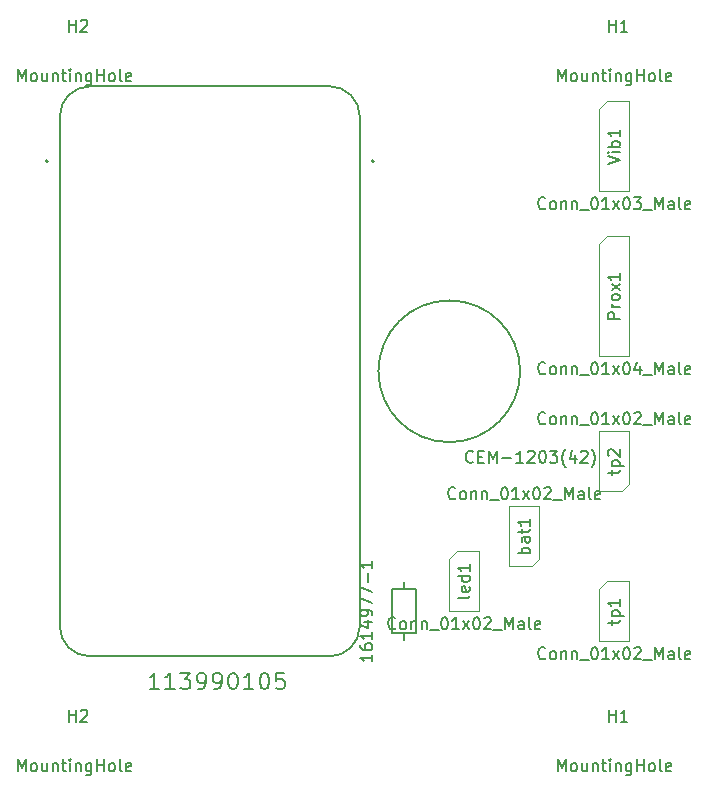
<source format=gbr>
%TF.GenerationSoftware,KiCad,Pcbnew,(5.1.12)-1*%
%TF.CreationDate,2021-12-07T17:24:08+01:00*%
%TF.ProjectId,PCB_Chair_tracker,5043425f-4368-4616-9972-5f747261636b,rev?*%
%TF.SameCoordinates,Original*%
%TF.FileFunction,AssemblyDrawing,Top*%
%FSLAX46Y46*%
G04 Gerber Fmt 4.6, Leading zero omitted, Abs format (unit mm)*
G04 Created by KiCad (PCBNEW (5.1.12)-1) date 2021-12-07 17:24:08*
%MOMM*%
%LPD*%
G01*
G04 APERTURE LIST*
%ADD10C,0.100000*%
%ADD11C,0.200000*%
%ADD12C,0.127000*%
%ADD13C,0.150000*%
G04 APERTURE END LIST*
D10*
%TO.C,tp2*%
X168910000Y-98425000D02*
X168275000Y-99060000D01*
X168910000Y-93980000D02*
X168910000Y-98425000D01*
X166370000Y-93980000D02*
X168910000Y-93980000D01*
X166370000Y-99060000D02*
X166370000Y-93980000D01*
X168275000Y-99060000D02*
X166370000Y-99060000D01*
D11*
%TO.C,ESP1*%
X147300001Y-71120000D02*
G75*
G03*
X147300001Y-71120000I-100000J0D01*
G01*
X119680001Y-71120000D02*
G75*
G03*
X119680001Y-71120000I-100000J0D01*
G01*
D12*
X143550001Y-113030000D02*
X123230001Y-113030000D01*
X146090001Y-67310000D02*
X146090001Y-110490000D01*
X123230001Y-64770000D02*
X143550001Y-64770000D01*
X120690001Y-110490000D02*
X120690001Y-67310000D01*
X120690001Y-67310000D02*
G75*
G02*
X123230001Y-64770000I2540000J0D01*
G01*
X120690001Y-110490000D02*
G75*
G03*
X123230001Y-113030000I2540000J0D01*
G01*
X143550001Y-64770000D02*
G75*
G02*
X146090001Y-67310000I0J-2540000D01*
G01*
X146090001Y-110490000D02*
G75*
G02*
X143550001Y-113030000I-2540000J0D01*
G01*
D10*
%TO.C,Prox1*%
X166370000Y-78105000D02*
X167005000Y-77470000D01*
X166370000Y-87630000D02*
X166370000Y-78105000D01*
X168910000Y-87630000D02*
X166370000Y-87630000D01*
X168910000Y-77470000D02*
X168910000Y-87630000D01*
X167005000Y-77470000D02*
X168910000Y-77470000D01*
%TO.C,Vib1*%
X166370000Y-66675000D02*
X167005000Y-66040000D01*
X166370000Y-73660000D02*
X166370000Y-66675000D01*
X168910000Y-73660000D02*
X166370000Y-73660000D01*
X168910000Y-66040000D02*
X168910000Y-73660000D01*
X167005000Y-66040000D02*
X168910000Y-66040000D01*
%TO.C,bat1*%
X161290000Y-104775000D02*
X160655000Y-105410000D01*
X161290000Y-100330000D02*
X161290000Y-104775000D01*
X158750000Y-100330000D02*
X161290000Y-100330000D01*
X158750000Y-105410000D02*
X158750000Y-100330000D01*
X160655000Y-105410000D02*
X158750000Y-105410000D01*
%TO.C,tp1*%
X167005000Y-106680000D02*
X168910000Y-106680000D01*
X168910000Y-106680000D02*
X168910000Y-111760000D01*
X168910000Y-111760000D02*
X166370000Y-111760000D01*
X166370000Y-111760000D02*
X166370000Y-107315000D01*
X166370000Y-107315000D02*
X167005000Y-106680000D01*
%TO.C,led1*%
X154305000Y-104140000D02*
X156210000Y-104140000D01*
X156210000Y-104140000D02*
X156210000Y-109220000D01*
X156210000Y-109220000D02*
X153670000Y-109220000D01*
X153670000Y-109220000D02*
X153670000Y-104775000D01*
X153670000Y-104775000D02*
X154305000Y-104140000D01*
D12*
%TO.C,Alt1*%
X159670000Y-88900000D02*
G75*
G03*
X159670000Y-88900000I-6000000J0D01*
G01*
%TO.C,R1*%
X149860000Y-111070000D02*
X148860000Y-111070000D01*
X149860000Y-111070000D02*
X150860000Y-111070000D01*
X149860000Y-111690000D02*
X149860000Y-111070000D01*
X148860000Y-107370000D02*
X148860000Y-111070000D01*
X149860000Y-107370000D02*
X148860000Y-107370000D01*
X150860000Y-107370000D02*
X150860000Y-111070000D01*
X149860000Y-107370000D02*
X150860000Y-107370000D01*
X149860000Y-106750000D02*
X149860000Y-107370000D01*
%TD*%
%TO.C,H1*%
D13*
X162854285Y-122762380D02*
X162854285Y-121762380D01*
X163187619Y-122476666D01*
X163520952Y-121762380D01*
X163520952Y-122762380D01*
X164140000Y-122762380D02*
X164044761Y-122714761D01*
X163997142Y-122667142D01*
X163949523Y-122571904D01*
X163949523Y-122286190D01*
X163997142Y-122190952D01*
X164044761Y-122143333D01*
X164140000Y-122095714D01*
X164282857Y-122095714D01*
X164378095Y-122143333D01*
X164425714Y-122190952D01*
X164473333Y-122286190D01*
X164473333Y-122571904D01*
X164425714Y-122667142D01*
X164378095Y-122714761D01*
X164282857Y-122762380D01*
X164140000Y-122762380D01*
X165330476Y-122095714D02*
X165330476Y-122762380D01*
X164901904Y-122095714D02*
X164901904Y-122619523D01*
X164949523Y-122714761D01*
X165044761Y-122762380D01*
X165187619Y-122762380D01*
X165282857Y-122714761D01*
X165330476Y-122667142D01*
X165806666Y-122095714D02*
X165806666Y-122762380D01*
X165806666Y-122190952D02*
X165854285Y-122143333D01*
X165949523Y-122095714D01*
X166092380Y-122095714D01*
X166187619Y-122143333D01*
X166235238Y-122238571D01*
X166235238Y-122762380D01*
X166568571Y-122095714D02*
X166949523Y-122095714D01*
X166711428Y-121762380D02*
X166711428Y-122619523D01*
X166759047Y-122714761D01*
X166854285Y-122762380D01*
X166949523Y-122762380D01*
X167282857Y-122762380D02*
X167282857Y-122095714D01*
X167282857Y-121762380D02*
X167235238Y-121810000D01*
X167282857Y-121857619D01*
X167330476Y-121810000D01*
X167282857Y-121762380D01*
X167282857Y-121857619D01*
X167759047Y-122095714D02*
X167759047Y-122762380D01*
X167759047Y-122190952D02*
X167806666Y-122143333D01*
X167901904Y-122095714D01*
X168044761Y-122095714D01*
X168140000Y-122143333D01*
X168187619Y-122238571D01*
X168187619Y-122762380D01*
X169092380Y-122095714D02*
X169092380Y-122905238D01*
X169044761Y-123000476D01*
X168997142Y-123048095D01*
X168901904Y-123095714D01*
X168759047Y-123095714D01*
X168663809Y-123048095D01*
X169092380Y-122714761D02*
X168997142Y-122762380D01*
X168806666Y-122762380D01*
X168711428Y-122714761D01*
X168663809Y-122667142D01*
X168616190Y-122571904D01*
X168616190Y-122286190D01*
X168663809Y-122190952D01*
X168711428Y-122143333D01*
X168806666Y-122095714D01*
X168997142Y-122095714D01*
X169092380Y-122143333D01*
X169568571Y-122762380D02*
X169568571Y-121762380D01*
X169568571Y-122238571D02*
X170140000Y-122238571D01*
X170140000Y-122762380D02*
X170140000Y-121762380D01*
X170759047Y-122762380D02*
X170663809Y-122714761D01*
X170616190Y-122667142D01*
X170568571Y-122571904D01*
X170568571Y-122286190D01*
X170616190Y-122190952D01*
X170663809Y-122143333D01*
X170759047Y-122095714D01*
X170901904Y-122095714D01*
X170997142Y-122143333D01*
X171044761Y-122190952D01*
X171092380Y-122286190D01*
X171092380Y-122571904D01*
X171044761Y-122667142D01*
X170997142Y-122714761D01*
X170901904Y-122762380D01*
X170759047Y-122762380D01*
X171663809Y-122762380D02*
X171568571Y-122714761D01*
X171520952Y-122619523D01*
X171520952Y-121762380D01*
X172425714Y-122714761D02*
X172330476Y-122762380D01*
X172140000Y-122762380D01*
X172044761Y-122714761D01*
X171997142Y-122619523D01*
X171997142Y-122238571D01*
X172044761Y-122143333D01*
X172140000Y-122095714D01*
X172330476Y-122095714D01*
X172425714Y-122143333D01*
X172473333Y-122238571D01*
X172473333Y-122333809D01*
X171997142Y-122429047D01*
X167178095Y-118562380D02*
X167178095Y-117562380D01*
X167178095Y-118038571D02*
X167749523Y-118038571D01*
X167749523Y-118562380D02*
X167749523Y-117562380D01*
X168749523Y-118562380D02*
X168178095Y-118562380D01*
X168463809Y-118562380D02*
X168463809Y-117562380D01*
X168368571Y-117705238D01*
X168273333Y-117800476D01*
X168178095Y-117848095D01*
%TO.C,H2*%
X117134285Y-64342380D02*
X117134285Y-63342380D01*
X117467619Y-64056666D01*
X117800952Y-63342380D01*
X117800952Y-64342380D01*
X118420000Y-64342380D02*
X118324761Y-64294761D01*
X118277142Y-64247142D01*
X118229523Y-64151904D01*
X118229523Y-63866190D01*
X118277142Y-63770952D01*
X118324761Y-63723333D01*
X118420000Y-63675714D01*
X118562857Y-63675714D01*
X118658095Y-63723333D01*
X118705714Y-63770952D01*
X118753333Y-63866190D01*
X118753333Y-64151904D01*
X118705714Y-64247142D01*
X118658095Y-64294761D01*
X118562857Y-64342380D01*
X118420000Y-64342380D01*
X119610476Y-63675714D02*
X119610476Y-64342380D01*
X119181904Y-63675714D02*
X119181904Y-64199523D01*
X119229523Y-64294761D01*
X119324761Y-64342380D01*
X119467619Y-64342380D01*
X119562857Y-64294761D01*
X119610476Y-64247142D01*
X120086666Y-63675714D02*
X120086666Y-64342380D01*
X120086666Y-63770952D02*
X120134285Y-63723333D01*
X120229523Y-63675714D01*
X120372380Y-63675714D01*
X120467619Y-63723333D01*
X120515238Y-63818571D01*
X120515238Y-64342380D01*
X120848571Y-63675714D02*
X121229523Y-63675714D01*
X120991428Y-63342380D02*
X120991428Y-64199523D01*
X121039047Y-64294761D01*
X121134285Y-64342380D01*
X121229523Y-64342380D01*
X121562857Y-64342380D02*
X121562857Y-63675714D01*
X121562857Y-63342380D02*
X121515238Y-63390000D01*
X121562857Y-63437619D01*
X121610476Y-63390000D01*
X121562857Y-63342380D01*
X121562857Y-63437619D01*
X122039047Y-63675714D02*
X122039047Y-64342380D01*
X122039047Y-63770952D02*
X122086666Y-63723333D01*
X122181904Y-63675714D01*
X122324761Y-63675714D01*
X122420000Y-63723333D01*
X122467619Y-63818571D01*
X122467619Y-64342380D01*
X123372380Y-63675714D02*
X123372380Y-64485238D01*
X123324761Y-64580476D01*
X123277142Y-64628095D01*
X123181904Y-64675714D01*
X123039047Y-64675714D01*
X122943809Y-64628095D01*
X123372380Y-64294761D02*
X123277142Y-64342380D01*
X123086666Y-64342380D01*
X122991428Y-64294761D01*
X122943809Y-64247142D01*
X122896190Y-64151904D01*
X122896190Y-63866190D01*
X122943809Y-63770952D01*
X122991428Y-63723333D01*
X123086666Y-63675714D01*
X123277142Y-63675714D01*
X123372380Y-63723333D01*
X123848571Y-64342380D02*
X123848571Y-63342380D01*
X123848571Y-63818571D02*
X124420000Y-63818571D01*
X124420000Y-64342380D02*
X124420000Y-63342380D01*
X125039047Y-64342380D02*
X124943809Y-64294761D01*
X124896190Y-64247142D01*
X124848571Y-64151904D01*
X124848571Y-63866190D01*
X124896190Y-63770952D01*
X124943809Y-63723333D01*
X125039047Y-63675714D01*
X125181904Y-63675714D01*
X125277142Y-63723333D01*
X125324761Y-63770952D01*
X125372380Y-63866190D01*
X125372380Y-64151904D01*
X125324761Y-64247142D01*
X125277142Y-64294761D01*
X125181904Y-64342380D01*
X125039047Y-64342380D01*
X125943809Y-64342380D02*
X125848571Y-64294761D01*
X125800952Y-64199523D01*
X125800952Y-63342380D01*
X126705714Y-64294761D02*
X126610476Y-64342380D01*
X126420000Y-64342380D01*
X126324761Y-64294761D01*
X126277142Y-64199523D01*
X126277142Y-63818571D01*
X126324761Y-63723333D01*
X126420000Y-63675714D01*
X126610476Y-63675714D01*
X126705714Y-63723333D01*
X126753333Y-63818571D01*
X126753333Y-63913809D01*
X126277142Y-64009047D01*
X121458095Y-60142380D02*
X121458095Y-59142380D01*
X121458095Y-59618571D02*
X122029523Y-59618571D01*
X122029523Y-60142380D02*
X122029523Y-59142380D01*
X122458095Y-59237619D02*
X122505714Y-59190000D01*
X122600952Y-59142380D01*
X122839047Y-59142380D01*
X122934285Y-59190000D01*
X122981904Y-59237619D01*
X123029523Y-59332857D01*
X123029523Y-59428095D01*
X122981904Y-59570952D01*
X122410476Y-60142380D01*
X123029523Y-60142380D01*
%TO.C,tp2*%
X161806666Y-93277142D02*
X161759047Y-93324761D01*
X161616190Y-93372380D01*
X161520952Y-93372380D01*
X161378095Y-93324761D01*
X161282857Y-93229523D01*
X161235238Y-93134285D01*
X161187619Y-92943809D01*
X161187619Y-92800952D01*
X161235238Y-92610476D01*
X161282857Y-92515238D01*
X161378095Y-92420000D01*
X161520952Y-92372380D01*
X161616190Y-92372380D01*
X161759047Y-92420000D01*
X161806666Y-92467619D01*
X162378095Y-93372380D02*
X162282857Y-93324761D01*
X162235238Y-93277142D01*
X162187619Y-93181904D01*
X162187619Y-92896190D01*
X162235238Y-92800952D01*
X162282857Y-92753333D01*
X162378095Y-92705714D01*
X162520952Y-92705714D01*
X162616190Y-92753333D01*
X162663809Y-92800952D01*
X162711428Y-92896190D01*
X162711428Y-93181904D01*
X162663809Y-93277142D01*
X162616190Y-93324761D01*
X162520952Y-93372380D01*
X162378095Y-93372380D01*
X163140000Y-92705714D02*
X163140000Y-93372380D01*
X163140000Y-92800952D02*
X163187619Y-92753333D01*
X163282857Y-92705714D01*
X163425714Y-92705714D01*
X163520952Y-92753333D01*
X163568571Y-92848571D01*
X163568571Y-93372380D01*
X164044761Y-92705714D02*
X164044761Y-93372380D01*
X164044761Y-92800952D02*
X164092380Y-92753333D01*
X164187619Y-92705714D01*
X164330476Y-92705714D01*
X164425714Y-92753333D01*
X164473333Y-92848571D01*
X164473333Y-93372380D01*
X164711428Y-93467619D02*
X165473333Y-93467619D01*
X165901904Y-92372380D02*
X165997142Y-92372380D01*
X166092380Y-92420000D01*
X166140000Y-92467619D01*
X166187619Y-92562857D01*
X166235238Y-92753333D01*
X166235238Y-92991428D01*
X166187619Y-93181904D01*
X166140000Y-93277142D01*
X166092380Y-93324761D01*
X165997142Y-93372380D01*
X165901904Y-93372380D01*
X165806666Y-93324761D01*
X165759047Y-93277142D01*
X165711428Y-93181904D01*
X165663809Y-92991428D01*
X165663809Y-92753333D01*
X165711428Y-92562857D01*
X165759047Y-92467619D01*
X165806666Y-92420000D01*
X165901904Y-92372380D01*
X167187619Y-93372380D02*
X166616190Y-93372380D01*
X166901904Y-93372380D02*
X166901904Y-92372380D01*
X166806666Y-92515238D01*
X166711428Y-92610476D01*
X166616190Y-92658095D01*
X167520952Y-93372380D02*
X168044761Y-92705714D01*
X167520952Y-92705714D02*
X168044761Y-93372380D01*
X168616190Y-92372380D02*
X168711428Y-92372380D01*
X168806666Y-92420000D01*
X168854285Y-92467619D01*
X168901904Y-92562857D01*
X168949523Y-92753333D01*
X168949523Y-92991428D01*
X168901904Y-93181904D01*
X168854285Y-93277142D01*
X168806666Y-93324761D01*
X168711428Y-93372380D01*
X168616190Y-93372380D01*
X168520952Y-93324761D01*
X168473333Y-93277142D01*
X168425714Y-93181904D01*
X168378095Y-92991428D01*
X168378095Y-92753333D01*
X168425714Y-92562857D01*
X168473333Y-92467619D01*
X168520952Y-92420000D01*
X168616190Y-92372380D01*
X169330476Y-92467619D02*
X169378095Y-92420000D01*
X169473333Y-92372380D01*
X169711428Y-92372380D01*
X169806666Y-92420000D01*
X169854285Y-92467619D01*
X169901904Y-92562857D01*
X169901904Y-92658095D01*
X169854285Y-92800952D01*
X169282857Y-93372380D01*
X169901904Y-93372380D01*
X170092380Y-93467619D02*
X170854285Y-93467619D01*
X171092380Y-93372380D02*
X171092380Y-92372380D01*
X171425714Y-93086666D01*
X171759047Y-92372380D01*
X171759047Y-93372380D01*
X172663809Y-93372380D02*
X172663809Y-92848571D01*
X172616190Y-92753333D01*
X172520952Y-92705714D01*
X172330476Y-92705714D01*
X172235238Y-92753333D01*
X172663809Y-93324761D02*
X172568571Y-93372380D01*
X172330476Y-93372380D01*
X172235238Y-93324761D01*
X172187619Y-93229523D01*
X172187619Y-93134285D01*
X172235238Y-93039047D01*
X172330476Y-92991428D01*
X172568571Y-92991428D01*
X172663809Y-92943809D01*
X173282857Y-93372380D02*
X173187619Y-93324761D01*
X173140000Y-93229523D01*
X173140000Y-92372380D01*
X174044761Y-93324761D02*
X173949523Y-93372380D01*
X173759047Y-93372380D01*
X173663809Y-93324761D01*
X173616190Y-93229523D01*
X173616190Y-92848571D01*
X173663809Y-92753333D01*
X173759047Y-92705714D01*
X173949523Y-92705714D01*
X174044761Y-92753333D01*
X174092380Y-92848571D01*
X174092380Y-92943809D01*
X173616190Y-93039047D01*
X167425714Y-97639047D02*
X167425714Y-97258095D01*
X167092380Y-97496190D02*
X167949523Y-97496190D01*
X168044761Y-97448571D01*
X168092380Y-97353333D01*
X168092380Y-97258095D01*
X167425714Y-96924761D02*
X168425714Y-96924761D01*
X167473333Y-96924761D02*
X167425714Y-96829523D01*
X167425714Y-96639047D01*
X167473333Y-96543809D01*
X167520952Y-96496190D01*
X167616190Y-96448571D01*
X167901904Y-96448571D01*
X167997142Y-96496190D01*
X168044761Y-96543809D01*
X168092380Y-96639047D01*
X168092380Y-96829523D01*
X168044761Y-96924761D01*
X167187619Y-96067619D02*
X167140000Y-96020000D01*
X167092380Y-95924761D01*
X167092380Y-95686666D01*
X167140000Y-95591428D01*
X167187619Y-95543809D01*
X167282857Y-95496190D01*
X167378095Y-95496190D01*
X167520952Y-95543809D01*
X168092380Y-96115238D01*
X168092380Y-95496190D01*
%TO.C,ESP1*%
X129091667Y-115822333D02*
X128291667Y-115822333D01*
X128691667Y-115822333D02*
X128691667Y-114422333D01*
X128558334Y-114622333D01*
X128425001Y-114755666D01*
X128291667Y-114822333D01*
X130425001Y-115822333D02*
X129625001Y-115822333D01*
X130025001Y-115822333D02*
X130025001Y-114422333D01*
X129891667Y-114622333D01*
X129758334Y-114755666D01*
X129625001Y-114822333D01*
X130891667Y-114422333D02*
X131758334Y-114422333D01*
X131291667Y-114955666D01*
X131491667Y-114955666D01*
X131625001Y-115022333D01*
X131691667Y-115089000D01*
X131758334Y-115222333D01*
X131758334Y-115555666D01*
X131691667Y-115689000D01*
X131625001Y-115755666D01*
X131491667Y-115822333D01*
X131091667Y-115822333D01*
X130958334Y-115755666D01*
X130891667Y-115689000D01*
X132425001Y-115822333D02*
X132691667Y-115822333D01*
X132825001Y-115755666D01*
X132891667Y-115689000D01*
X133025001Y-115489000D01*
X133091667Y-115222333D01*
X133091667Y-114689000D01*
X133025001Y-114555666D01*
X132958334Y-114489000D01*
X132825001Y-114422333D01*
X132558334Y-114422333D01*
X132425001Y-114489000D01*
X132358334Y-114555666D01*
X132291667Y-114689000D01*
X132291667Y-115022333D01*
X132358334Y-115155666D01*
X132425001Y-115222333D01*
X132558334Y-115289000D01*
X132825001Y-115289000D01*
X132958334Y-115222333D01*
X133025001Y-115155666D01*
X133091667Y-115022333D01*
X133758334Y-115822333D02*
X134025001Y-115822333D01*
X134158334Y-115755666D01*
X134225001Y-115689000D01*
X134358334Y-115489000D01*
X134425001Y-115222333D01*
X134425001Y-114689000D01*
X134358334Y-114555666D01*
X134291667Y-114489000D01*
X134158334Y-114422333D01*
X133891667Y-114422333D01*
X133758334Y-114489000D01*
X133691667Y-114555666D01*
X133625001Y-114689000D01*
X133625001Y-115022333D01*
X133691667Y-115155666D01*
X133758334Y-115222333D01*
X133891667Y-115289000D01*
X134158334Y-115289000D01*
X134291667Y-115222333D01*
X134358334Y-115155666D01*
X134425001Y-115022333D01*
X135291667Y-114422333D02*
X135425001Y-114422333D01*
X135558334Y-114489000D01*
X135625001Y-114555666D01*
X135691667Y-114689000D01*
X135758334Y-114955666D01*
X135758334Y-115289000D01*
X135691667Y-115555666D01*
X135625001Y-115689000D01*
X135558334Y-115755666D01*
X135425001Y-115822333D01*
X135291667Y-115822333D01*
X135158334Y-115755666D01*
X135091667Y-115689000D01*
X135025001Y-115555666D01*
X134958334Y-115289000D01*
X134958334Y-114955666D01*
X135025001Y-114689000D01*
X135091667Y-114555666D01*
X135158334Y-114489000D01*
X135291667Y-114422333D01*
X137091667Y-115822333D02*
X136291667Y-115822333D01*
X136691667Y-115822333D02*
X136691667Y-114422333D01*
X136558334Y-114622333D01*
X136425001Y-114755666D01*
X136291667Y-114822333D01*
X137958334Y-114422333D02*
X138091667Y-114422333D01*
X138225001Y-114489000D01*
X138291667Y-114555666D01*
X138358334Y-114689000D01*
X138425001Y-114955666D01*
X138425001Y-115289000D01*
X138358334Y-115555666D01*
X138291667Y-115689000D01*
X138225001Y-115755666D01*
X138091667Y-115822333D01*
X137958334Y-115822333D01*
X137825001Y-115755666D01*
X137758334Y-115689000D01*
X137691667Y-115555666D01*
X137625001Y-115289000D01*
X137625001Y-114955666D01*
X137691667Y-114689000D01*
X137758334Y-114555666D01*
X137825001Y-114489000D01*
X137958334Y-114422333D01*
X139691667Y-114422333D02*
X139025001Y-114422333D01*
X138958334Y-115089000D01*
X139025001Y-115022333D01*
X139158334Y-114955666D01*
X139491667Y-114955666D01*
X139625001Y-115022333D01*
X139691667Y-115089000D01*
X139758334Y-115222333D01*
X139758334Y-115555666D01*
X139691667Y-115689000D01*
X139625001Y-115755666D01*
X139491667Y-115822333D01*
X139158334Y-115822333D01*
X139025001Y-115755666D01*
X138958334Y-115689000D01*
%TO.C,Prox1*%
X161806666Y-89047142D02*
X161759047Y-89094761D01*
X161616190Y-89142380D01*
X161520952Y-89142380D01*
X161378095Y-89094761D01*
X161282857Y-88999523D01*
X161235238Y-88904285D01*
X161187619Y-88713809D01*
X161187619Y-88570952D01*
X161235238Y-88380476D01*
X161282857Y-88285238D01*
X161378095Y-88190000D01*
X161520952Y-88142380D01*
X161616190Y-88142380D01*
X161759047Y-88190000D01*
X161806666Y-88237619D01*
X162378095Y-89142380D02*
X162282857Y-89094761D01*
X162235238Y-89047142D01*
X162187619Y-88951904D01*
X162187619Y-88666190D01*
X162235238Y-88570952D01*
X162282857Y-88523333D01*
X162378095Y-88475714D01*
X162520952Y-88475714D01*
X162616190Y-88523333D01*
X162663809Y-88570952D01*
X162711428Y-88666190D01*
X162711428Y-88951904D01*
X162663809Y-89047142D01*
X162616190Y-89094761D01*
X162520952Y-89142380D01*
X162378095Y-89142380D01*
X163140000Y-88475714D02*
X163140000Y-89142380D01*
X163140000Y-88570952D02*
X163187619Y-88523333D01*
X163282857Y-88475714D01*
X163425714Y-88475714D01*
X163520952Y-88523333D01*
X163568571Y-88618571D01*
X163568571Y-89142380D01*
X164044761Y-88475714D02*
X164044761Y-89142380D01*
X164044761Y-88570952D02*
X164092380Y-88523333D01*
X164187619Y-88475714D01*
X164330476Y-88475714D01*
X164425714Y-88523333D01*
X164473333Y-88618571D01*
X164473333Y-89142380D01*
X164711428Y-89237619D02*
X165473333Y-89237619D01*
X165901904Y-88142380D02*
X165997142Y-88142380D01*
X166092380Y-88190000D01*
X166140000Y-88237619D01*
X166187619Y-88332857D01*
X166235238Y-88523333D01*
X166235238Y-88761428D01*
X166187619Y-88951904D01*
X166140000Y-89047142D01*
X166092380Y-89094761D01*
X165997142Y-89142380D01*
X165901904Y-89142380D01*
X165806666Y-89094761D01*
X165759047Y-89047142D01*
X165711428Y-88951904D01*
X165663809Y-88761428D01*
X165663809Y-88523333D01*
X165711428Y-88332857D01*
X165759047Y-88237619D01*
X165806666Y-88190000D01*
X165901904Y-88142380D01*
X167187619Y-89142380D02*
X166616190Y-89142380D01*
X166901904Y-89142380D02*
X166901904Y-88142380D01*
X166806666Y-88285238D01*
X166711428Y-88380476D01*
X166616190Y-88428095D01*
X167520952Y-89142380D02*
X168044761Y-88475714D01*
X167520952Y-88475714D02*
X168044761Y-89142380D01*
X168616190Y-88142380D02*
X168711428Y-88142380D01*
X168806666Y-88190000D01*
X168854285Y-88237619D01*
X168901904Y-88332857D01*
X168949523Y-88523333D01*
X168949523Y-88761428D01*
X168901904Y-88951904D01*
X168854285Y-89047142D01*
X168806666Y-89094761D01*
X168711428Y-89142380D01*
X168616190Y-89142380D01*
X168520952Y-89094761D01*
X168473333Y-89047142D01*
X168425714Y-88951904D01*
X168378095Y-88761428D01*
X168378095Y-88523333D01*
X168425714Y-88332857D01*
X168473333Y-88237619D01*
X168520952Y-88190000D01*
X168616190Y-88142380D01*
X169806666Y-88475714D02*
X169806666Y-89142380D01*
X169568571Y-88094761D02*
X169330476Y-88809047D01*
X169949523Y-88809047D01*
X170092380Y-89237619D02*
X170854285Y-89237619D01*
X171092380Y-89142380D02*
X171092380Y-88142380D01*
X171425714Y-88856666D01*
X171759047Y-88142380D01*
X171759047Y-89142380D01*
X172663809Y-89142380D02*
X172663809Y-88618571D01*
X172616190Y-88523333D01*
X172520952Y-88475714D01*
X172330476Y-88475714D01*
X172235238Y-88523333D01*
X172663809Y-89094761D02*
X172568571Y-89142380D01*
X172330476Y-89142380D01*
X172235238Y-89094761D01*
X172187619Y-88999523D01*
X172187619Y-88904285D01*
X172235238Y-88809047D01*
X172330476Y-88761428D01*
X172568571Y-88761428D01*
X172663809Y-88713809D01*
X173282857Y-89142380D02*
X173187619Y-89094761D01*
X173140000Y-88999523D01*
X173140000Y-88142380D01*
X174044761Y-89094761D02*
X173949523Y-89142380D01*
X173759047Y-89142380D01*
X173663809Y-89094761D01*
X173616190Y-88999523D01*
X173616190Y-88618571D01*
X173663809Y-88523333D01*
X173759047Y-88475714D01*
X173949523Y-88475714D01*
X174044761Y-88523333D01*
X174092380Y-88618571D01*
X174092380Y-88713809D01*
X173616190Y-88809047D01*
X168092380Y-84454761D02*
X167092380Y-84454761D01*
X167092380Y-84073809D01*
X167140000Y-83978571D01*
X167187619Y-83930952D01*
X167282857Y-83883333D01*
X167425714Y-83883333D01*
X167520952Y-83930952D01*
X167568571Y-83978571D01*
X167616190Y-84073809D01*
X167616190Y-84454761D01*
X168092380Y-83454761D02*
X167425714Y-83454761D01*
X167616190Y-83454761D02*
X167520952Y-83407142D01*
X167473333Y-83359523D01*
X167425714Y-83264285D01*
X167425714Y-83169047D01*
X168092380Y-82692857D02*
X168044761Y-82788095D01*
X167997142Y-82835714D01*
X167901904Y-82883333D01*
X167616190Y-82883333D01*
X167520952Y-82835714D01*
X167473333Y-82788095D01*
X167425714Y-82692857D01*
X167425714Y-82550000D01*
X167473333Y-82454761D01*
X167520952Y-82407142D01*
X167616190Y-82359523D01*
X167901904Y-82359523D01*
X167997142Y-82407142D01*
X168044761Y-82454761D01*
X168092380Y-82550000D01*
X168092380Y-82692857D01*
X168092380Y-82026190D02*
X167425714Y-81502380D01*
X167425714Y-82026190D02*
X168092380Y-81502380D01*
X168092380Y-80597619D02*
X168092380Y-81169047D01*
X168092380Y-80883333D02*
X167092380Y-80883333D01*
X167235238Y-80978571D01*
X167330476Y-81073809D01*
X167378095Y-81169047D01*
%TO.C,Vib1*%
X161806666Y-75077142D02*
X161759047Y-75124761D01*
X161616190Y-75172380D01*
X161520952Y-75172380D01*
X161378095Y-75124761D01*
X161282857Y-75029523D01*
X161235238Y-74934285D01*
X161187619Y-74743809D01*
X161187619Y-74600952D01*
X161235238Y-74410476D01*
X161282857Y-74315238D01*
X161378095Y-74220000D01*
X161520952Y-74172380D01*
X161616190Y-74172380D01*
X161759047Y-74220000D01*
X161806666Y-74267619D01*
X162378095Y-75172380D02*
X162282857Y-75124761D01*
X162235238Y-75077142D01*
X162187619Y-74981904D01*
X162187619Y-74696190D01*
X162235238Y-74600952D01*
X162282857Y-74553333D01*
X162378095Y-74505714D01*
X162520952Y-74505714D01*
X162616190Y-74553333D01*
X162663809Y-74600952D01*
X162711428Y-74696190D01*
X162711428Y-74981904D01*
X162663809Y-75077142D01*
X162616190Y-75124761D01*
X162520952Y-75172380D01*
X162378095Y-75172380D01*
X163140000Y-74505714D02*
X163140000Y-75172380D01*
X163140000Y-74600952D02*
X163187619Y-74553333D01*
X163282857Y-74505714D01*
X163425714Y-74505714D01*
X163520952Y-74553333D01*
X163568571Y-74648571D01*
X163568571Y-75172380D01*
X164044761Y-74505714D02*
X164044761Y-75172380D01*
X164044761Y-74600952D02*
X164092380Y-74553333D01*
X164187619Y-74505714D01*
X164330476Y-74505714D01*
X164425714Y-74553333D01*
X164473333Y-74648571D01*
X164473333Y-75172380D01*
X164711428Y-75267619D02*
X165473333Y-75267619D01*
X165901904Y-74172380D02*
X165997142Y-74172380D01*
X166092380Y-74220000D01*
X166140000Y-74267619D01*
X166187619Y-74362857D01*
X166235238Y-74553333D01*
X166235238Y-74791428D01*
X166187619Y-74981904D01*
X166140000Y-75077142D01*
X166092380Y-75124761D01*
X165997142Y-75172380D01*
X165901904Y-75172380D01*
X165806666Y-75124761D01*
X165759047Y-75077142D01*
X165711428Y-74981904D01*
X165663809Y-74791428D01*
X165663809Y-74553333D01*
X165711428Y-74362857D01*
X165759047Y-74267619D01*
X165806666Y-74220000D01*
X165901904Y-74172380D01*
X167187619Y-75172380D02*
X166616190Y-75172380D01*
X166901904Y-75172380D02*
X166901904Y-74172380D01*
X166806666Y-74315238D01*
X166711428Y-74410476D01*
X166616190Y-74458095D01*
X167520952Y-75172380D02*
X168044761Y-74505714D01*
X167520952Y-74505714D02*
X168044761Y-75172380D01*
X168616190Y-74172380D02*
X168711428Y-74172380D01*
X168806666Y-74220000D01*
X168854285Y-74267619D01*
X168901904Y-74362857D01*
X168949523Y-74553333D01*
X168949523Y-74791428D01*
X168901904Y-74981904D01*
X168854285Y-75077142D01*
X168806666Y-75124761D01*
X168711428Y-75172380D01*
X168616190Y-75172380D01*
X168520952Y-75124761D01*
X168473333Y-75077142D01*
X168425714Y-74981904D01*
X168378095Y-74791428D01*
X168378095Y-74553333D01*
X168425714Y-74362857D01*
X168473333Y-74267619D01*
X168520952Y-74220000D01*
X168616190Y-74172380D01*
X169282857Y-74172380D02*
X169901904Y-74172380D01*
X169568571Y-74553333D01*
X169711428Y-74553333D01*
X169806666Y-74600952D01*
X169854285Y-74648571D01*
X169901904Y-74743809D01*
X169901904Y-74981904D01*
X169854285Y-75077142D01*
X169806666Y-75124761D01*
X169711428Y-75172380D01*
X169425714Y-75172380D01*
X169330476Y-75124761D01*
X169282857Y-75077142D01*
X170092380Y-75267619D02*
X170854285Y-75267619D01*
X171092380Y-75172380D02*
X171092380Y-74172380D01*
X171425714Y-74886666D01*
X171759047Y-74172380D01*
X171759047Y-75172380D01*
X172663809Y-75172380D02*
X172663809Y-74648571D01*
X172616190Y-74553333D01*
X172520952Y-74505714D01*
X172330476Y-74505714D01*
X172235238Y-74553333D01*
X172663809Y-75124761D02*
X172568571Y-75172380D01*
X172330476Y-75172380D01*
X172235238Y-75124761D01*
X172187619Y-75029523D01*
X172187619Y-74934285D01*
X172235238Y-74839047D01*
X172330476Y-74791428D01*
X172568571Y-74791428D01*
X172663809Y-74743809D01*
X173282857Y-75172380D02*
X173187619Y-75124761D01*
X173140000Y-75029523D01*
X173140000Y-74172380D01*
X174044761Y-75124761D02*
X173949523Y-75172380D01*
X173759047Y-75172380D01*
X173663809Y-75124761D01*
X173616190Y-75029523D01*
X173616190Y-74648571D01*
X173663809Y-74553333D01*
X173759047Y-74505714D01*
X173949523Y-74505714D01*
X174044761Y-74553333D01*
X174092380Y-74648571D01*
X174092380Y-74743809D01*
X173616190Y-74839047D01*
X167092380Y-71350000D02*
X168092380Y-71016666D01*
X167092380Y-70683333D01*
X168092380Y-70350000D02*
X167425714Y-70350000D01*
X167092380Y-70350000D02*
X167140000Y-70397619D01*
X167187619Y-70350000D01*
X167140000Y-70302380D01*
X167092380Y-70350000D01*
X167187619Y-70350000D01*
X168092380Y-69873809D02*
X167092380Y-69873809D01*
X167473333Y-69873809D02*
X167425714Y-69778571D01*
X167425714Y-69588095D01*
X167473333Y-69492857D01*
X167520952Y-69445238D01*
X167616190Y-69397619D01*
X167901904Y-69397619D01*
X167997142Y-69445238D01*
X168044761Y-69492857D01*
X168092380Y-69588095D01*
X168092380Y-69778571D01*
X168044761Y-69873809D01*
X168092380Y-68445238D02*
X168092380Y-69016666D01*
X168092380Y-68730952D02*
X167092380Y-68730952D01*
X167235238Y-68826190D01*
X167330476Y-68921428D01*
X167378095Y-69016666D01*
%TO.C,bat1*%
X154186666Y-99627142D02*
X154139047Y-99674761D01*
X153996190Y-99722380D01*
X153900952Y-99722380D01*
X153758095Y-99674761D01*
X153662857Y-99579523D01*
X153615238Y-99484285D01*
X153567619Y-99293809D01*
X153567619Y-99150952D01*
X153615238Y-98960476D01*
X153662857Y-98865238D01*
X153758095Y-98770000D01*
X153900952Y-98722380D01*
X153996190Y-98722380D01*
X154139047Y-98770000D01*
X154186666Y-98817619D01*
X154758095Y-99722380D02*
X154662857Y-99674761D01*
X154615238Y-99627142D01*
X154567619Y-99531904D01*
X154567619Y-99246190D01*
X154615238Y-99150952D01*
X154662857Y-99103333D01*
X154758095Y-99055714D01*
X154900952Y-99055714D01*
X154996190Y-99103333D01*
X155043809Y-99150952D01*
X155091428Y-99246190D01*
X155091428Y-99531904D01*
X155043809Y-99627142D01*
X154996190Y-99674761D01*
X154900952Y-99722380D01*
X154758095Y-99722380D01*
X155520000Y-99055714D02*
X155520000Y-99722380D01*
X155520000Y-99150952D02*
X155567619Y-99103333D01*
X155662857Y-99055714D01*
X155805714Y-99055714D01*
X155900952Y-99103333D01*
X155948571Y-99198571D01*
X155948571Y-99722380D01*
X156424761Y-99055714D02*
X156424761Y-99722380D01*
X156424761Y-99150952D02*
X156472380Y-99103333D01*
X156567619Y-99055714D01*
X156710476Y-99055714D01*
X156805714Y-99103333D01*
X156853333Y-99198571D01*
X156853333Y-99722380D01*
X157091428Y-99817619D02*
X157853333Y-99817619D01*
X158281904Y-98722380D02*
X158377142Y-98722380D01*
X158472380Y-98770000D01*
X158520000Y-98817619D01*
X158567619Y-98912857D01*
X158615238Y-99103333D01*
X158615238Y-99341428D01*
X158567619Y-99531904D01*
X158520000Y-99627142D01*
X158472380Y-99674761D01*
X158377142Y-99722380D01*
X158281904Y-99722380D01*
X158186666Y-99674761D01*
X158139047Y-99627142D01*
X158091428Y-99531904D01*
X158043809Y-99341428D01*
X158043809Y-99103333D01*
X158091428Y-98912857D01*
X158139047Y-98817619D01*
X158186666Y-98770000D01*
X158281904Y-98722380D01*
X159567619Y-99722380D02*
X158996190Y-99722380D01*
X159281904Y-99722380D02*
X159281904Y-98722380D01*
X159186666Y-98865238D01*
X159091428Y-98960476D01*
X158996190Y-99008095D01*
X159900952Y-99722380D02*
X160424761Y-99055714D01*
X159900952Y-99055714D02*
X160424761Y-99722380D01*
X160996190Y-98722380D02*
X161091428Y-98722380D01*
X161186666Y-98770000D01*
X161234285Y-98817619D01*
X161281904Y-98912857D01*
X161329523Y-99103333D01*
X161329523Y-99341428D01*
X161281904Y-99531904D01*
X161234285Y-99627142D01*
X161186666Y-99674761D01*
X161091428Y-99722380D01*
X160996190Y-99722380D01*
X160900952Y-99674761D01*
X160853333Y-99627142D01*
X160805714Y-99531904D01*
X160758095Y-99341428D01*
X160758095Y-99103333D01*
X160805714Y-98912857D01*
X160853333Y-98817619D01*
X160900952Y-98770000D01*
X160996190Y-98722380D01*
X161710476Y-98817619D02*
X161758095Y-98770000D01*
X161853333Y-98722380D01*
X162091428Y-98722380D01*
X162186666Y-98770000D01*
X162234285Y-98817619D01*
X162281904Y-98912857D01*
X162281904Y-99008095D01*
X162234285Y-99150952D01*
X161662857Y-99722380D01*
X162281904Y-99722380D01*
X162472380Y-99817619D02*
X163234285Y-99817619D01*
X163472380Y-99722380D02*
X163472380Y-98722380D01*
X163805714Y-99436666D01*
X164139047Y-98722380D01*
X164139047Y-99722380D01*
X165043809Y-99722380D02*
X165043809Y-99198571D01*
X164996190Y-99103333D01*
X164900952Y-99055714D01*
X164710476Y-99055714D01*
X164615238Y-99103333D01*
X165043809Y-99674761D02*
X164948571Y-99722380D01*
X164710476Y-99722380D01*
X164615238Y-99674761D01*
X164567619Y-99579523D01*
X164567619Y-99484285D01*
X164615238Y-99389047D01*
X164710476Y-99341428D01*
X164948571Y-99341428D01*
X165043809Y-99293809D01*
X165662857Y-99722380D02*
X165567619Y-99674761D01*
X165520000Y-99579523D01*
X165520000Y-98722380D01*
X166424761Y-99674761D02*
X166329523Y-99722380D01*
X166139047Y-99722380D01*
X166043809Y-99674761D01*
X165996190Y-99579523D01*
X165996190Y-99198571D01*
X166043809Y-99103333D01*
X166139047Y-99055714D01*
X166329523Y-99055714D01*
X166424761Y-99103333D01*
X166472380Y-99198571D01*
X166472380Y-99293809D01*
X165996190Y-99389047D01*
X160472380Y-104298571D02*
X159472380Y-104298571D01*
X159853333Y-104298571D02*
X159805714Y-104203333D01*
X159805714Y-104012857D01*
X159853333Y-103917619D01*
X159900952Y-103870000D01*
X159996190Y-103822380D01*
X160281904Y-103822380D01*
X160377142Y-103870000D01*
X160424761Y-103917619D01*
X160472380Y-104012857D01*
X160472380Y-104203333D01*
X160424761Y-104298571D01*
X160472380Y-102965238D02*
X159948571Y-102965238D01*
X159853333Y-103012857D01*
X159805714Y-103108095D01*
X159805714Y-103298571D01*
X159853333Y-103393809D01*
X160424761Y-102965238D02*
X160472380Y-103060476D01*
X160472380Y-103298571D01*
X160424761Y-103393809D01*
X160329523Y-103441428D01*
X160234285Y-103441428D01*
X160139047Y-103393809D01*
X160091428Y-103298571D01*
X160091428Y-103060476D01*
X160043809Y-102965238D01*
X159805714Y-102631904D02*
X159805714Y-102250952D01*
X159472380Y-102489047D02*
X160329523Y-102489047D01*
X160424761Y-102441428D01*
X160472380Y-102346190D01*
X160472380Y-102250952D01*
X160472380Y-101393809D02*
X160472380Y-101965238D01*
X160472380Y-101679523D02*
X159472380Y-101679523D01*
X159615238Y-101774761D01*
X159710476Y-101870000D01*
X159758095Y-101965238D01*
%TO.C,tp1*%
X161806666Y-113177142D02*
X161759047Y-113224761D01*
X161616190Y-113272380D01*
X161520952Y-113272380D01*
X161378095Y-113224761D01*
X161282857Y-113129523D01*
X161235238Y-113034285D01*
X161187619Y-112843809D01*
X161187619Y-112700952D01*
X161235238Y-112510476D01*
X161282857Y-112415238D01*
X161378095Y-112320000D01*
X161520952Y-112272380D01*
X161616190Y-112272380D01*
X161759047Y-112320000D01*
X161806666Y-112367619D01*
X162378095Y-113272380D02*
X162282857Y-113224761D01*
X162235238Y-113177142D01*
X162187619Y-113081904D01*
X162187619Y-112796190D01*
X162235238Y-112700952D01*
X162282857Y-112653333D01*
X162378095Y-112605714D01*
X162520952Y-112605714D01*
X162616190Y-112653333D01*
X162663809Y-112700952D01*
X162711428Y-112796190D01*
X162711428Y-113081904D01*
X162663809Y-113177142D01*
X162616190Y-113224761D01*
X162520952Y-113272380D01*
X162378095Y-113272380D01*
X163140000Y-112605714D02*
X163140000Y-113272380D01*
X163140000Y-112700952D02*
X163187619Y-112653333D01*
X163282857Y-112605714D01*
X163425714Y-112605714D01*
X163520952Y-112653333D01*
X163568571Y-112748571D01*
X163568571Y-113272380D01*
X164044761Y-112605714D02*
X164044761Y-113272380D01*
X164044761Y-112700952D02*
X164092380Y-112653333D01*
X164187619Y-112605714D01*
X164330476Y-112605714D01*
X164425714Y-112653333D01*
X164473333Y-112748571D01*
X164473333Y-113272380D01*
X164711428Y-113367619D02*
X165473333Y-113367619D01*
X165901904Y-112272380D02*
X165997142Y-112272380D01*
X166092380Y-112320000D01*
X166140000Y-112367619D01*
X166187619Y-112462857D01*
X166235238Y-112653333D01*
X166235238Y-112891428D01*
X166187619Y-113081904D01*
X166140000Y-113177142D01*
X166092380Y-113224761D01*
X165997142Y-113272380D01*
X165901904Y-113272380D01*
X165806666Y-113224761D01*
X165759047Y-113177142D01*
X165711428Y-113081904D01*
X165663809Y-112891428D01*
X165663809Y-112653333D01*
X165711428Y-112462857D01*
X165759047Y-112367619D01*
X165806666Y-112320000D01*
X165901904Y-112272380D01*
X167187619Y-113272380D02*
X166616190Y-113272380D01*
X166901904Y-113272380D02*
X166901904Y-112272380D01*
X166806666Y-112415238D01*
X166711428Y-112510476D01*
X166616190Y-112558095D01*
X167520952Y-113272380D02*
X168044761Y-112605714D01*
X167520952Y-112605714D02*
X168044761Y-113272380D01*
X168616190Y-112272380D02*
X168711428Y-112272380D01*
X168806666Y-112320000D01*
X168854285Y-112367619D01*
X168901904Y-112462857D01*
X168949523Y-112653333D01*
X168949523Y-112891428D01*
X168901904Y-113081904D01*
X168854285Y-113177142D01*
X168806666Y-113224761D01*
X168711428Y-113272380D01*
X168616190Y-113272380D01*
X168520952Y-113224761D01*
X168473333Y-113177142D01*
X168425714Y-113081904D01*
X168378095Y-112891428D01*
X168378095Y-112653333D01*
X168425714Y-112462857D01*
X168473333Y-112367619D01*
X168520952Y-112320000D01*
X168616190Y-112272380D01*
X169330476Y-112367619D02*
X169378095Y-112320000D01*
X169473333Y-112272380D01*
X169711428Y-112272380D01*
X169806666Y-112320000D01*
X169854285Y-112367619D01*
X169901904Y-112462857D01*
X169901904Y-112558095D01*
X169854285Y-112700952D01*
X169282857Y-113272380D01*
X169901904Y-113272380D01*
X170092380Y-113367619D02*
X170854285Y-113367619D01*
X171092380Y-113272380D02*
X171092380Y-112272380D01*
X171425714Y-112986666D01*
X171759047Y-112272380D01*
X171759047Y-113272380D01*
X172663809Y-113272380D02*
X172663809Y-112748571D01*
X172616190Y-112653333D01*
X172520952Y-112605714D01*
X172330476Y-112605714D01*
X172235238Y-112653333D01*
X172663809Y-113224761D02*
X172568571Y-113272380D01*
X172330476Y-113272380D01*
X172235238Y-113224761D01*
X172187619Y-113129523D01*
X172187619Y-113034285D01*
X172235238Y-112939047D01*
X172330476Y-112891428D01*
X172568571Y-112891428D01*
X172663809Y-112843809D01*
X173282857Y-113272380D02*
X173187619Y-113224761D01*
X173140000Y-113129523D01*
X173140000Y-112272380D01*
X174044761Y-113224761D02*
X173949523Y-113272380D01*
X173759047Y-113272380D01*
X173663809Y-113224761D01*
X173616190Y-113129523D01*
X173616190Y-112748571D01*
X173663809Y-112653333D01*
X173759047Y-112605714D01*
X173949523Y-112605714D01*
X174044761Y-112653333D01*
X174092380Y-112748571D01*
X174092380Y-112843809D01*
X173616190Y-112939047D01*
X167425714Y-110339047D02*
X167425714Y-109958095D01*
X167092380Y-110196190D02*
X167949523Y-110196190D01*
X168044761Y-110148571D01*
X168092380Y-110053333D01*
X168092380Y-109958095D01*
X167425714Y-109624761D02*
X168425714Y-109624761D01*
X167473333Y-109624761D02*
X167425714Y-109529523D01*
X167425714Y-109339047D01*
X167473333Y-109243809D01*
X167520952Y-109196190D01*
X167616190Y-109148571D01*
X167901904Y-109148571D01*
X167997142Y-109196190D01*
X168044761Y-109243809D01*
X168092380Y-109339047D01*
X168092380Y-109529523D01*
X168044761Y-109624761D01*
X168092380Y-108196190D02*
X168092380Y-108767619D01*
X168092380Y-108481904D02*
X167092380Y-108481904D01*
X167235238Y-108577142D01*
X167330476Y-108672380D01*
X167378095Y-108767619D01*
%TO.C,led1*%
X149106666Y-110637142D02*
X149059047Y-110684761D01*
X148916190Y-110732380D01*
X148820952Y-110732380D01*
X148678095Y-110684761D01*
X148582857Y-110589523D01*
X148535238Y-110494285D01*
X148487619Y-110303809D01*
X148487619Y-110160952D01*
X148535238Y-109970476D01*
X148582857Y-109875238D01*
X148678095Y-109780000D01*
X148820952Y-109732380D01*
X148916190Y-109732380D01*
X149059047Y-109780000D01*
X149106666Y-109827619D01*
X149678095Y-110732380D02*
X149582857Y-110684761D01*
X149535238Y-110637142D01*
X149487619Y-110541904D01*
X149487619Y-110256190D01*
X149535238Y-110160952D01*
X149582857Y-110113333D01*
X149678095Y-110065714D01*
X149820952Y-110065714D01*
X149916190Y-110113333D01*
X149963809Y-110160952D01*
X150011428Y-110256190D01*
X150011428Y-110541904D01*
X149963809Y-110637142D01*
X149916190Y-110684761D01*
X149820952Y-110732380D01*
X149678095Y-110732380D01*
X150440000Y-110065714D02*
X150440000Y-110732380D01*
X150440000Y-110160952D02*
X150487619Y-110113333D01*
X150582857Y-110065714D01*
X150725714Y-110065714D01*
X150820952Y-110113333D01*
X150868571Y-110208571D01*
X150868571Y-110732380D01*
X151344761Y-110065714D02*
X151344761Y-110732380D01*
X151344761Y-110160952D02*
X151392380Y-110113333D01*
X151487619Y-110065714D01*
X151630476Y-110065714D01*
X151725714Y-110113333D01*
X151773333Y-110208571D01*
X151773333Y-110732380D01*
X152011428Y-110827619D02*
X152773333Y-110827619D01*
X153201904Y-109732380D02*
X153297142Y-109732380D01*
X153392380Y-109780000D01*
X153440000Y-109827619D01*
X153487619Y-109922857D01*
X153535238Y-110113333D01*
X153535238Y-110351428D01*
X153487619Y-110541904D01*
X153440000Y-110637142D01*
X153392380Y-110684761D01*
X153297142Y-110732380D01*
X153201904Y-110732380D01*
X153106666Y-110684761D01*
X153059047Y-110637142D01*
X153011428Y-110541904D01*
X152963809Y-110351428D01*
X152963809Y-110113333D01*
X153011428Y-109922857D01*
X153059047Y-109827619D01*
X153106666Y-109780000D01*
X153201904Y-109732380D01*
X154487619Y-110732380D02*
X153916190Y-110732380D01*
X154201904Y-110732380D02*
X154201904Y-109732380D01*
X154106666Y-109875238D01*
X154011428Y-109970476D01*
X153916190Y-110018095D01*
X154820952Y-110732380D02*
X155344761Y-110065714D01*
X154820952Y-110065714D02*
X155344761Y-110732380D01*
X155916190Y-109732380D02*
X156011428Y-109732380D01*
X156106666Y-109780000D01*
X156154285Y-109827619D01*
X156201904Y-109922857D01*
X156249523Y-110113333D01*
X156249523Y-110351428D01*
X156201904Y-110541904D01*
X156154285Y-110637142D01*
X156106666Y-110684761D01*
X156011428Y-110732380D01*
X155916190Y-110732380D01*
X155820952Y-110684761D01*
X155773333Y-110637142D01*
X155725714Y-110541904D01*
X155678095Y-110351428D01*
X155678095Y-110113333D01*
X155725714Y-109922857D01*
X155773333Y-109827619D01*
X155820952Y-109780000D01*
X155916190Y-109732380D01*
X156630476Y-109827619D02*
X156678095Y-109780000D01*
X156773333Y-109732380D01*
X157011428Y-109732380D01*
X157106666Y-109780000D01*
X157154285Y-109827619D01*
X157201904Y-109922857D01*
X157201904Y-110018095D01*
X157154285Y-110160952D01*
X156582857Y-110732380D01*
X157201904Y-110732380D01*
X157392380Y-110827619D02*
X158154285Y-110827619D01*
X158392380Y-110732380D02*
X158392380Y-109732380D01*
X158725714Y-110446666D01*
X159059047Y-109732380D01*
X159059047Y-110732380D01*
X159963809Y-110732380D02*
X159963809Y-110208571D01*
X159916190Y-110113333D01*
X159820952Y-110065714D01*
X159630476Y-110065714D01*
X159535238Y-110113333D01*
X159963809Y-110684761D02*
X159868571Y-110732380D01*
X159630476Y-110732380D01*
X159535238Y-110684761D01*
X159487619Y-110589523D01*
X159487619Y-110494285D01*
X159535238Y-110399047D01*
X159630476Y-110351428D01*
X159868571Y-110351428D01*
X159963809Y-110303809D01*
X160582857Y-110732380D02*
X160487619Y-110684761D01*
X160440000Y-110589523D01*
X160440000Y-109732380D01*
X161344761Y-110684761D02*
X161249523Y-110732380D01*
X161059047Y-110732380D01*
X160963809Y-110684761D01*
X160916190Y-110589523D01*
X160916190Y-110208571D01*
X160963809Y-110113333D01*
X161059047Y-110065714D01*
X161249523Y-110065714D01*
X161344761Y-110113333D01*
X161392380Y-110208571D01*
X161392380Y-110303809D01*
X160916190Y-110399047D01*
X155392380Y-107918095D02*
X155344761Y-108013333D01*
X155249523Y-108060952D01*
X154392380Y-108060952D01*
X155344761Y-107156190D02*
X155392380Y-107251428D01*
X155392380Y-107441904D01*
X155344761Y-107537142D01*
X155249523Y-107584761D01*
X154868571Y-107584761D01*
X154773333Y-107537142D01*
X154725714Y-107441904D01*
X154725714Y-107251428D01*
X154773333Y-107156190D01*
X154868571Y-107108571D01*
X154963809Y-107108571D01*
X155059047Y-107584761D01*
X155392380Y-106251428D02*
X154392380Y-106251428D01*
X155344761Y-106251428D02*
X155392380Y-106346666D01*
X155392380Y-106537142D01*
X155344761Y-106632380D01*
X155297142Y-106680000D01*
X155201904Y-106727619D01*
X154916190Y-106727619D01*
X154820952Y-106680000D01*
X154773333Y-106632380D01*
X154725714Y-106537142D01*
X154725714Y-106346666D01*
X154773333Y-106251428D01*
X155392380Y-105251428D02*
X155392380Y-105822857D01*
X155392380Y-105537142D02*
X154392380Y-105537142D01*
X154535238Y-105632380D01*
X154630476Y-105727619D01*
X154678095Y-105822857D01*
%TO.C,Alt1*%
X155679538Y-96547497D02*
X155631760Y-96595275D01*
X155488427Y-96643052D01*
X155392872Y-96643052D01*
X155249539Y-96595275D01*
X155153983Y-96499719D01*
X155106206Y-96404164D01*
X155058428Y-96213053D01*
X155058428Y-96069720D01*
X155106206Y-95878610D01*
X155153983Y-95783054D01*
X155249539Y-95687499D01*
X155392872Y-95639721D01*
X155488427Y-95639721D01*
X155631760Y-95687499D01*
X155679538Y-95735277D01*
X156109537Y-96117498D02*
X156443980Y-96117498D01*
X156587313Y-96643052D02*
X156109537Y-96643052D01*
X156109537Y-95639721D01*
X156587313Y-95639721D01*
X157017312Y-96643052D02*
X157017312Y-95639721D01*
X157351756Y-96356386D01*
X157686200Y-95639721D01*
X157686200Y-96643052D01*
X158163976Y-96260831D02*
X158928419Y-96260831D01*
X159931750Y-96643052D02*
X159358418Y-96643052D01*
X159645084Y-96643052D02*
X159645084Y-95639721D01*
X159549529Y-95783054D01*
X159453973Y-95878610D01*
X159358418Y-95926387D01*
X160313971Y-95735277D02*
X160361749Y-95687499D01*
X160457304Y-95639721D01*
X160696193Y-95639721D01*
X160791748Y-95687499D01*
X160839526Y-95735277D01*
X160887303Y-95830832D01*
X160887303Y-95926387D01*
X160839526Y-96069720D01*
X160266194Y-96643052D01*
X160887303Y-96643052D01*
X161508413Y-95639721D02*
X161603968Y-95639721D01*
X161699524Y-95687499D01*
X161747301Y-95735277D01*
X161795079Y-95830832D01*
X161842857Y-96021943D01*
X161842857Y-96260831D01*
X161795079Y-96451942D01*
X161747301Y-96547497D01*
X161699524Y-96595275D01*
X161603968Y-96643052D01*
X161508413Y-96643052D01*
X161412858Y-96595275D01*
X161365080Y-96547497D01*
X161317302Y-96451942D01*
X161269525Y-96260831D01*
X161269525Y-96021943D01*
X161317302Y-95830832D01*
X161365080Y-95735277D01*
X161412858Y-95687499D01*
X161508413Y-95639721D01*
X162177300Y-95639721D02*
X162798410Y-95639721D01*
X162463966Y-96021943D01*
X162607299Y-96021943D01*
X162702855Y-96069720D01*
X162750632Y-96117498D01*
X162798410Y-96213053D01*
X162798410Y-96451942D01*
X162750632Y-96547497D01*
X162702855Y-96595275D01*
X162607299Y-96643052D01*
X162320633Y-96643052D01*
X162225078Y-96595275D01*
X162177300Y-96547497D01*
X163515075Y-97025274D02*
X163467297Y-96977496D01*
X163371742Y-96834163D01*
X163323964Y-96738608D01*
X163276187Y-96595275D01*
X163228409Y-96356386D01*
X163228409Y-96165276D01*
X163276187Y-95926387D01*
X163323964Y-95783054D01*
X163371742Y-95687499D01*
X163467297Y-95544166D01*
X163515075Y-95496388D01*
X164327295Y-95974165D02*
X164327295Y-96643052D01*
X164088407Y-95591944D02*
X163849519Y-96308609D01*
X164470628Y-96308609D01*
X164805072Y-95735277D02*
X164852850Y-95687499D01*
X164948405Y-95639721D01*
X165187293Y-95639721D01*
X165282849Y-95687499D01*
X165330626Y-95735277D01*
X165378404Y-95830832D01*
X165378404Y-95926387D01*
X165330626Y-96069720D01*
X164757294Y-96643052D01*
X165378404Y-96643052D01*
X165712848Y-97025274D02*
X165760625Y-96977496D01*
X165856181Y-96834163D01*
X165903958Y-96738608D01*
X165951736Y-96595275D01*
X165999514Y-96356386D01*
X165999514Y-96165276D01*
X165951736Y-95926387D01*
X165903958Y-95783054D01*
X165856181Y-95687499D01*
X165760625Y-95544166D01*
X165712848Y-95496388D01*
%TO.C,R1*%
X147133694Y-112891602D02*
X147133694Y-113463799D01*
X147133694Y-113177700D02*
X146132348Y-113177700D01*
X146275398Y-113273067D01*
X146370764Y-113368433D01*
X146418447Y-113463799D01*
X146132348Y-112033305D02*
X146132348Y-112224038D01*
X146180032Y-112319404D01*
X146227715Y-112367087D01*
X146370764Y-112462453D01*
X146561497Y-112510136D01*
X146942962Y-112510136D01*
X147038328Y-112462453D01*
X147086011Y-112414770D01*
X147133694Y-112319404D01*
X147133694Y-112128671D01*
X147086011Y-112033305D01*
X147038328Y-111985622D01*
X146942962Y-111937939D01*
X146704546Y-111937939D01*
X146609180Y-111985622D01*
X146561497Y-112033305D01*
X146513814Y-112128671D01*
X146513814Y-112319404D01*
X146561497Y-112414770D01*
X146609180Y-112462453D01*
X146704546Y-112510136D01*
X147133694Y-110984276D02*
X147133694Y-111556474D01*
X147133694Y-111270375D02*
X146132348Y-111270375D01*
X146275398Y-111365741D01*
X146370764Y-111461107D01*
X146418447Y-111556474D01*
X146466130Y-110125979D02*
X147133694Y-110125979D01*
X146084665Y-110364395D02*
X146799912Y-110602811D01*
X146799912Y-109982930D01*
X147133694Y-109553782D02*
X147133694Y-109363049D01*
X147086011Y-109267683D01*
X147038328Y-109220000D01*
X146895279Y-109124633D01*
X146704546Y-109076950D01*
X146323081Y-109076950D01*
X146227715Y-109124633D01*
X146180032Y-109172316D01*
X146132348Y-109267683D01*
X146132348Y-109458415D01*
X146180032Y-109553782D01*
X146227715Y-109601465D01*
X146323081Y-109649148D01*
X146561497Y-109649148D01*
X146656863Y-109601465D01*
X146704546Y-109553782D01*
X146752229Y-109458415D01*
X146752229Y-109267683D01*
X146704546Y-109172316D01*
X146656863Y-109124633D01*
X146561497Y-109076950D01*
X146132348Y-108743168D02*
X146132348Y-108075604D01*
X147133694Y-108504752D01*
X146132348Y-107789505D02*
X146132348Y-107121941D01*
X147133694Y-107551090D01*
X146752229Y-106740476D02*
X146752229Y-105977546D01*
X147133694Y-104976200D02*
X147133694Y-105548398D01*
X147133694Y-105262299D02*
X146132348Y-105262299D01*
X146275398Y-105357665D01*
X146370764Y-105453031D01*
X146418447Y-105548398D01*
%TO.C,H1*%
X162854285Y-64342380D02*
X162854285Y-63342380D01*
X163187619Y-64056666D01*
X163520952Y-63342380D01*
X163520952Y-64342380D01*
X164140000Y-64342380D02*
X164044761Y-64294761D01*
X163997142Y-64247142D01*
X163949523Y-64151904D01*
X163949523Y-63866190D01*
X163997142Y-63770952D01*
X164044761Y-63723333D01*
X164140000Y-63675714D01*
X164282857Y-63675714D01*
X164378095Y-63723333D01*
X164425714Y-63770952D01*
X164473333Y-63866190D01*
X164473333Y-64151904D01*
X164425714Y-64247142D01*
X164378095Y-64294761D01*
X164282857Y-64342380D01*
X164140000Y-64342380D01*
X165330476Y-63675714D02*
X165330476Y-64342380D01*
X164901904Y-63675714D02*
X164901904Y-64199523D01*
X164949523Y-64294761D01*
X165044761Y-64342380D01*
X165187619Y-64342380D01*
X165282857Y-64294761D01*
X165330476Y-64247142D01*
X165806666Y-63675714D02*
X165806666Y-64342380D01*
X165806666Y-63770952D02*
X165854285Y-63723333D01*
X165949523Y-63675714D01*
X166092380Y-63675714D01*
X166187619Y-63723333D01*
X166235238Y-63818571D01*
X166235238Y-64342380D01*
X166568571Y-63675714D02*
X166949523Y-63675714D01*
X166711428Y-63342380D02*
X166711428Y-64199523D01*
X166759047Y-64294761D01*
X166854285Y-64342380D01*
X166949523Y-64342380D01*
X167282857Y-64342380D02*
X167282857Y-63675714D01*
X167282857Y-63342380D02*
X167235238Y-63390000D01*
X167282857Y-63437619D01*
X167330476Y-63390000D01*
X167282857Y-63342380D01*
X167282857Y-63437619D01*
X167759047Y-63675714D02*
X167759047Y-64342380D01*
X167759047Y-63770952D02*
X167806666Y-63723333D01*
X167901904Y-63675714D01*
X168044761Y-63675714D01*
X168140000Y-63723333D01*
X168187619Y-63818571D01*
X168187619Y-64342380D01*
X169092380Y-63675714D02*
X169092380Y-64485238D01*
X169044761Y-64580476D01*
X168997142Y-64628095D01*
X168901904Y-64675714D01*
X168759047Y-64675714D01*
X168663809Y-64628095D01*
X169092380Y-64294761D02*
X168997142Y-64342380D01*
X168806666Y-64342380D01*
X168711428Y-64294761D01*
X168663809Y-64247142D01*
X168616190Y-64151904D01*
X168616190Y-63866190D01*
X168663809Y-63770952D01*
X168711428Y-63723333D01*
X168806666Y-63675714D01*
X168997142Y-63675714D01*
X169092380Y-63723333D01*
X169568571Y-64342380D02*
X169568571Y-63342380D01*
X169568571Y-63818571D02*
X170140000Y-63818571D01*
X170140000Y-64342380D02*
X170140000Y-63342380D01*
X170759047Y-64342380D02*
X170663809Y-64294761D01*
X170616190Y-64247142D01*
X170568571Y-64151904D01*
X170568571Y-63866190D01*
X170616190Y-63770952D01*
X170663809Y-63723333D01*
X170759047Y-63675714D01*
X170901904Y-63675714D01*
X170997142Y-63723333D01*
X171044761Y-63770952D01*
X171092380Y-63866190D01*
X171092380Y-64151904D01*
X171044761Y-64247142D01*
X170997142Y-64294761D01*
X170901904Y-64342380D01*
X170759047Y-64342380D01*
X171663809Y-64342380D02*
X171568571Y-64294761D01*
X171520952Y-64199523D01*
X171520952Y-63342380D01*
X172425714Y-64294761D02*
X172330476Y-64342380D01*
X172140000Y-64342380D01*
X172044761Y-64294761D01*
X171997142Y-64199523D01*
X171997142Y-63818571D01*
X172044761Y-63723333D01*
X172140000Y-63675714D01*
X172330476Y-63675714D01*
X172425714Y-63723333D01*
X172473333Y-63818571D01*
X172473333Y-63913809D01*
X171997142Y-64009047D01*
X167178095Y-60142380D02*
X167178095Y-59142380D01*
X167178095Y-59618571D02*
X167749523Y-59618571D01*
X167749523Y-60142380D02*
X167749523Y-59142380D01*
X168749523Y-60142380D02*
X168178095Y-60142380D01*
X168463809Y-60142380D02*
X168463809Y-59142380D01*
X168368571Y-59285238D01*
X168273333Y-59380476D01*
X168178095Y-59428095D01*
%TO.C,H2*%
X117134285Y-122762380D02*
X117134285Y-121762380D01*
X117467619Y-122476666D01*
X117800952Y-121762380D01*
X117800952Y-122762380D01*
X118420000Y-122762380D02*
X118324761Y-122714761D01*
X118277142Y-122667142D01*
X118229523Y-122571904D01*
X118229523Y-122286190D01*
X118277142Y-122190952D01*
X118324761Y-122143333D01*
X118420000Y-122095714D01*
X118562857Y-122095714D01*
X118658095Y-122143333D01*
X118705714Y-122190952D01*
X118753333Y-122286190D01*
X118753333Y-122571904D01*
X118705714Y-122667142D01*
X118658095Y-122714761D01*
X118562857Y-122762380D01*
X118420000Y-122762380D01*
X119610476Y-122095714D02*
X119610476Y-122762380D01*
X119181904Y-122095714D02*
X119181904Y-122619523D01*
X119229523Y-122714761D01*
X119324761Y-122762380D01*
X119467619Y-122762380D01*
X119562857Y-122714761D01*
X119610476Y-122667142D01*
X120086666Y-122095714D02*
X120086666Y-122762380D01*
X120086666Y-122190952D02*
X120134285Y-122143333D01*
X120229523Y-122095714D01*
X120372380Y-122095714D01*
X120467619Y-122143333D01*
X120515238Y-122238571D01*
X120515238Y-122762380D01*
X120848571Y-122095714D02*
X121229523Y-122095714D01*
X120991428Y-121762380D02*
X120991428Y-122619523D01*
X121039047Y-122714761D01*
X121134285Y-122762380D01*
X121229523Y-122762380D01*
X121562857Y-122762380D02*
X121562857Y-122095714D01*
X121562857Y-121762380D02*
X121515238Y-121810000D01*
X121562857Y-121857619D01*
X121610476Y-121810000D01*
X121562857Y-121762380D01*
X121562857Y-121857619D01*
X122039047Y-122095714D02*
X122039047Y-122762380D01*
X122039047Y-122190952D02*
X122086666Y-122143333D01*
X122181904Y-122095714D01*
X122324761Y-122095714D01*
X122420000Y-122143333D01*
X122467619Y-122238571D01*
X122467619Y-122762380D01*
X123372380Y-122095714D02*
X123372380Y-122905238D01*
X123324761Y-123000476D01*
X123277142Y-123048095D01*
X123181904Y-123095714D01*
X123039047Y-123095714D01*
X122943809Y-123048095D01*
X123372380Y-122714761D02*
X123277142Y-122762380D01*
X123086666Y-122762380D01*
X122991428Y-122714761D01*
X122943809Y-122667142D01*
X122896190Y-122571904D01*
X122896190Y-122286190D01*
X122943809Y-122190952D01*
X122991428Y-122143333D01*
X123086666Y-122095714D01*
X123277142Y-122095714D01*
X123372380Y-122143333D01*
X123848571Y-122762380D02*
X123848571Y-121762380D01*
X123848571Y-122238571D02*
X124420000Y-122238571D01*
X124420000Y-122762380D02*
X124420000Y-121762380D01*
X125039047Y-122762380D02*
X124943809Y-122714761D01*
X124896190Y-122667142D01*
X124848571Y-122571904D01*
X124848571Y-122286190D01*
X124896190Y-122190952D01*
X124943809Y-122143333D01*
X125039047Y-122095714D01*
X125181904Y-122095714D01*
X125277142Y-122143333D01*
X125324761Y-122190952D01*
X125372380Y-122286190D01*
X125372380Y-122571904D01*
X125324761Y-122667142D01*
X125277142Y-122714761D01*
X125181904Y-122762380D01*
X125039047Y-122762380D01*
X125943809Y-122762380D02*
X125848571Y-122714761D01*
X125800952Y-122619523D01*
X125800952Y-121762380D01*
X126705714Y-122714761D02*
X126610476Y-122762380D01*
X126420000Y-122762380D01*
X126324761Y-122714761D01*
X126277142Y-122619523D01*
X126277142Y-122238571D01*
X126324761Y-122143333D01*
X126420000Y-122095714D01*
X126610476Y-122095714D01*
X126705714Y-122143333D01*
X126753333Y-122238571D01*
X126753333Y-122333809D01*
X126277142Y-122429047D01*
X121458095Y-118562380D02*
X121458095Y-117562380D01*
X121458095Y-118038571D02*
X122029523Y-118038571D01*
X122029523Y-118562380D02*
X122029523Y-117562380D01*
X122458095Y-117657619D02*
X122505714Y-117610000D01*
X122600952Y-117562380D01*
X122839047Y-117562380D01*
X122934285Y-117610000D01*
X122981904Y-117657619D01*
X123029523Y-117752857D01*
X123029523Y-117848095D01*
X122981904Y-117990952D01*
X122410476Y-118562380D01*
X123029523Y-118562380D01*
%TD*%
M02*

</source>
